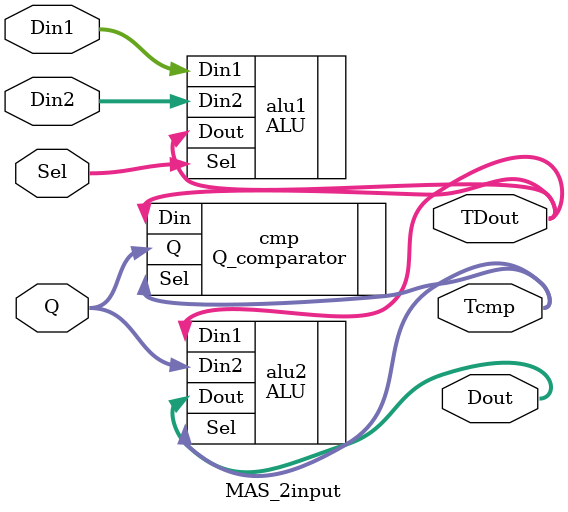
<source format=v>

module MAS_2input(
    input signed [4:0]Din1,
    input signed [4:0]Din2,
    input [1:0]Sel,
    input signed[4:0]Q,
    output [1:0]Tcmp,
    output signed [4:0]TDout,
    output signed [3:0]Dout
);

ALU alu1(
    .Sel(Sel),
    .Din1(Din1),
    .Din2(Din2),
    .Dout(TDout)
);

Q_comparator  cmp(
    .Q(Q),
    .Din(TDout),
    .Sel(Tcmp)
);

ALU alu2(
    .Sel(Tcmp),
    .Din1(TDout),
    .Din2(Q),
    .Dout(Dout)
);


endmodule
</source>
